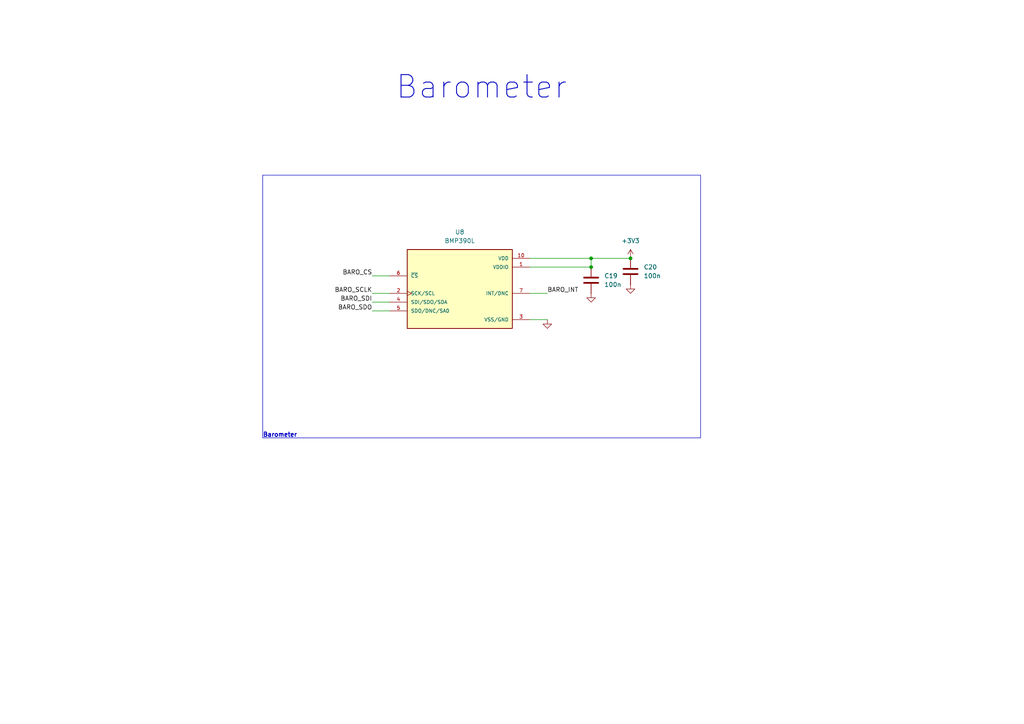
<source format=kicad_sch>
(kicad_sch (version 20250114) (generator "eeschema") (generator_version "9.0")
  (paper "A4")
  (title_block (title "${BOARD_NAME}") (date "${RELEASE_DATE}") (rev "${REVISION}") (company "${COMPANY}") (comment 1 "${VARIANT}"))
  (lib_symbols
    (symbol "BMP390L:BMP390L" (pin_names (offset 1.016))
      (property "Reference" "U" (at -15.24 15.24 0))
      (property "Value" "BMP390L" (at -15.24 -15.24 0))
      (symbol "BMP390L_0_0"
        (rectangle (start -15.24 12.7) (end 15.24 -10.16) (stroke (width 0.254)) (fill (type background)))
        (pin input line (at -20.32 5.08 0) (length 5.08) (name "~{CS}") (number "6"))
        (pin input clock (at -20.32 0 0) (length 5.08) (name "SCK/SCL") (number "2"))
        (pin bidirectional line (at -20.32 -2.54 0) (length 5.08) (name "SDI/SDO/SDA") (number "4"))
        (pin bidirectional line (at -20.32 -5.08 0) (length 5.08) (name "SDO/DNC/SA0") (number "5"))
        (pin power_in line (at 20.32 10.16 180) (length 5.08) (name "VDD") (number "10"))
        (pin power_in line (at 20.32 7.62 180) (length 5.08) (name "VDDIO") (number "1"))
        (pin output line (at 20.32 0 180) (length 5.08) (name "INT/DNC") (number "7"))
        (pin power_in line (at 20.32 -7.62 180) (length 5.08) (name "VSS/GND") (number "3"))
        (pin power_in line (at 20.32 -7.62 180) (length 5.08) (hide yes) (name "VSS/GND") (number "8"))
        (pin power_in line (at 20.32 -7.62 180) (length 5.08) (hide yes) (name "VSS/GND") (number "9"))
      )
    )
    (symbol "Device:C" (pin_numbers (hide yes)) (pin_names (offset 0.254))
      (property "Reference" "C" (at 0.635 2.54 0))
      (property "Value" "C" (at 0.635 -2.54 0))
      (symbol "C_0_1"
        (polyline (pts (xy -2.032 0.762) (xy 2.032 0.762)) (stroke (width 0.508)))
        (polyline (pts (xy -2.032 -0.762) (xy 2.032 -0.762)) (stroke (width 0.508)))
      )
      (symbol "C_1_1"
        (pin passive line (at 0 3.81 270) (length 2.794) (name "~") (number "1"))
        (pin passive line (at 0 -3.81 90) (length 2.794) (name "~") (number "2"))
      )
    )
    (symbol "power:+3V3" (power) (pin_numbers (hide yes)) (pin_names (offset 0) (hide yes))
      (property "Value" "+3V3" (at 0 3.556 0))
      (symbol "+3V3_0_1"
        (polyline (pts (xy -0.762 1.27) (xy 0 2.54)))
        (polyline (pts (xy 0 2.54) (xy 0.762 1.27)))
        (polyline (pts (xy 0 0) (xy 0 2.54)))
      )
      (symbol "+3V3_1_1"
        (pin power_in line (at 0 0 90) (length 0) (name "~") (number "1"))
      )
    )
    (symbol "power:GND" (power) (pin_numbers (hide yes)) (pin_names (offset 0) (hide yes))
      (property "Value" "GND" (at 0 -3.81 0))
      (symbol "GND_0_1"
        (polyline (pts (xy 0 0) (xy 0 -1.27) (xy 1.27 -1.27) (xy 0 -2.54) (xy -1.27 -1.27) (xy 0 -1.27)))
      )
      (symbol "GND_1_1"
        (pin power_in line (at 0 0 270) (length 0) (name "~") (number "1"))
      )
    )
  )
  (rectangle (start 76.2 50.8) (end 203.2 127))
  (text "Barometer" (at 139.7 25.4 0) (effects (font (size 6.5024 6.5024) (thickness 0.254) (bold yes))))
  (text "Barometer" (at 76.2 127 0) (effects (font (size 1.27 1.27) (thickness 0.254) (bold yes)) (justify left bottom)))
  (junction (at 171.45 77.47))
  (junction (at 171.45 74.93))
  (junction (at 182.88 74.93))
  (wire (pts (xy 153.67 74.93) (xy 171.45 74.93)))
  (wire (pts (xy 107.95 87.63) (xy 113.03 87.63)))
  (wire (pts (xy 171.45 74.93) (xy 182.88 74.93)))
  (wire (pts (xy 158.75 92.71) (xy 153.67 92.71)))
  (wire (pts (xy 107.95 85.09) (xy 113.03 85.09)))
  (wire (pts (xy 158.75 85.09) (xy 153.67 85.09)))
  (wire (pts (xy 171.45 74.93) (xy 171.45 77.47)))
  (wire (pts (xy 107.95 80.01) (xy 113.03 80.01)))
  (wire (pts (xy 153.67 77.47) (xy 171.45 77.47)))
  (wire (pts (xy 107.95 90.17) (xy 113.03 90.17)))
  (label "BARO_INT" (at 158.75 85.09 0))
  (label "BARO_SCLK" (at 107.95 85.09 180))
  (label "BARO_CS" (at 107.95 80.01 180))
  (label "BARO_SDI" (at 107.95 87.63 180))
  (label "BARO_SDO" (at 107.95 90.17 180))
  (symbol (lib_id "Device:C") (at 171.45 81.28 0) (unit 1)
    (property "Reference" "C19" (at 175.26 80.0099 0) (effects (justify left)))
    (property "Value" "100n" (at 175.26 82.5499 0) (effects (justify left)))
    (property "Description" "Unpolarized capacitor" (effects (hide yes)))
  )
  (symbol (lib_id "Device:C") (at 182.88 78.74 0) (unit 1)
    (property "Reference" "C20" (at 186.69 77.4699 0) (effects (justify left)))
    (property "Value" "100n" (at 186.69 80.0099 0) (effects (justify left)))
    (property "Description" "Unpolarized capacitor" (effects (hide yes)))
  )
  (symbol (lib_id "power:GND") (at 158.75 92.71 0) (unit 1)
    (property "Reference" "#PWR092" (effects (hide yes)))
    (property "Value" "GND" (effects (hide yes)))
    (property "Description" "Power symbol creates a global label with name \"GND\" , ground" (effects (hide yes)))
  )
  (symbol (lib_id "power:GND") (at 182.88 82.55 0) (unit 1)
    (property "Reference" "#PWR094" (effects (hide yes)))
    (property "Value" "GND" (effects (hide yes)))
    (property "Description" "Power symbol creates a global label with name \"GND\" , ground" (effects (hide yes)))
  )
  (symbol (lib_id "power:+3V3") (at 182.88 74.93 0) (unit 1)
    (property "Reference" "#PWR095" (effects (hide yes)))
    (property "Value" "+3V3" (at 182.88 69.85 0))
    (property "Description" "Power symbol creates a global label with name \"+3V3\"" (effects (hide yes)))
  )
  (symbol (lib_id "BMP390L:BMP390L") (at 133.35 85.09 0) (unit 1)
    (property "Reference" "U8" (at 133.35 67.31 0))
    (property "Value" "BMP390L" (at 133.35 69.85 0))
    (property "Footprint" "BMP390:XDCR_BMP390L" (effects (hide yes)))
    (property "Datasheet" "https://www.bosch-sensortec.com/media/boschsensortec/downloads/datasheets/bst-bmp390-ds002.pdf" (effects (hide yes)))
    (property "Description" "The BMP390 is a very small, low-power and low-noise 24-bit absolute barometric pressure sensor." (effects (hide yes)))
    (property "MF" "Bosch Sensortec" (effects (hide yes)))
    (property "MAXIMUM_PACKAGE_HEIGHT" "0.8 mm" (effects (hide yes)))
    (property "Package" "None" (effects (hide yes)))
    (property "Price" "None" (effects (hide yes)))
    (property "Check_prices" "https://www.snapeda.com/parts/BMP390L/Bosch/view-part/?ref=eda" (effects (hide yes)))
    (property "STANDARD" "Manufacturer Recommendation" (effects (hide yes)))
    (property "PARTREV" "1.7" (effects (hide yes)))
    (property "SnapEDA_Link" "https://www.snapeda.com/parts/BMP390L/Bosch/view-part/?ref=snap" (effects (hide yes)))
    (property "MP" "BMP390L" (effects (hide yes)))
    (property "Description_1" "Pressure Sensor Development Tools Evaluation Shuttle Board for the BMP390L" (effects (hide yes)))
    (property "MANUFACTURER" "BOSCH" (effects (hide yes)))
    (property "Availability" "In Stock" (effects (hide yes)))
    (property "SNAPEDA_PN" "BMP390L" (effects (hide yes)))
  )
  (symbol (lib_id "power:GND") (at 171.45 85.09 0) (unit 1)
    (property "Reference" "#PWR093" (effects (hide yes)))
    (property "Value" "GND" (effects (hide yes)))
    (property "Description" "Power symbol creates a global label with name \"GND\" , ground" (effects (hide yes)))
  )
)
</source>
